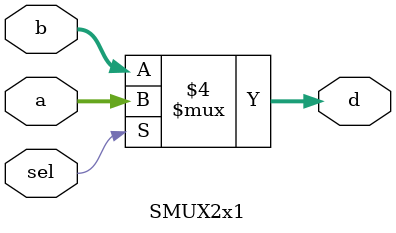
<source format=v>
`timescale 1ns / 1ps
module SMUX2x1(a,b,sel,d);
	parameter DATAWIDTH = 16;
	input signed [DATAWIDTH-1:0] a,b;
	input signed sel;
	output reg signed [DATAWIDTH-1:0] d;
	
	always@(a,b,sel)begin
		if (sel == 0)
			d <= b;
		else 
			d <= a;
	end

endmodule

</source>
